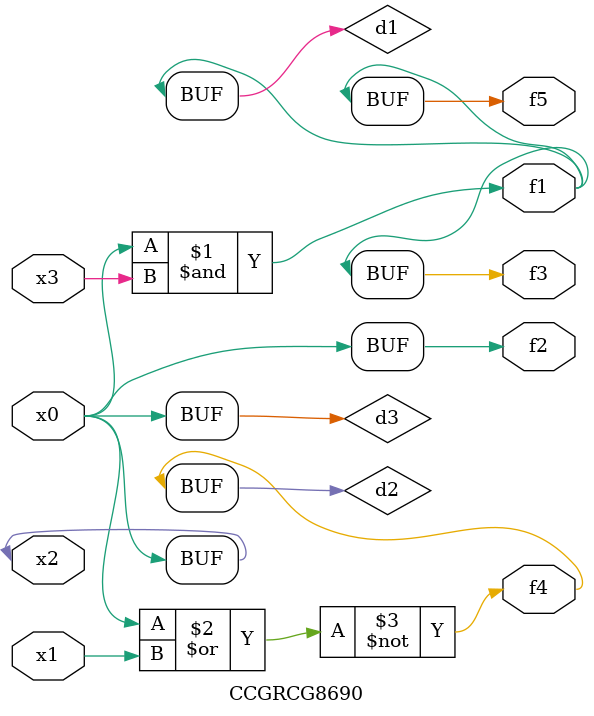
<source format=v>
module CCGRCG8690(
	input x0, x1, x2, x3,
	output f1, f2, f3, f4, f5
);

	wire d1, d2, d3;

	and (d1, x2, x3);
	nor (d2, x0, x1);
	buf (d3, x0, x2);
	assign f1 = d1;
	assign f2 = d3;
	assign f3 = d1;
	assign f4 = d2;
	assign f5 = d1;
endmodule

</source>
